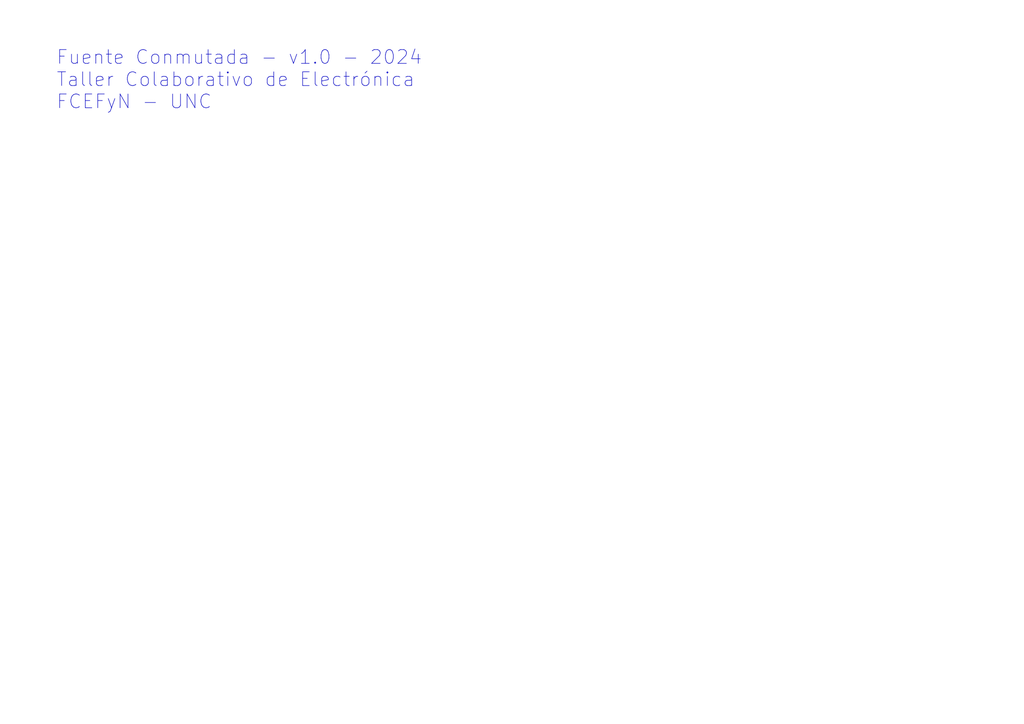
<source format=kicad_sch>
(kicad_sch (version 20230121) (generator eeschema)
  (paper "A4")
  (lib_symbols)
  (text "Fuente Conmutada - v1.0 - 2024\nTaller Colaborativo de Electrónica\nFCEFyN - UNC" (at 16.256 32.004 0) (effects (font (size 4 4)) (justify left bottom)))
)
</source>
